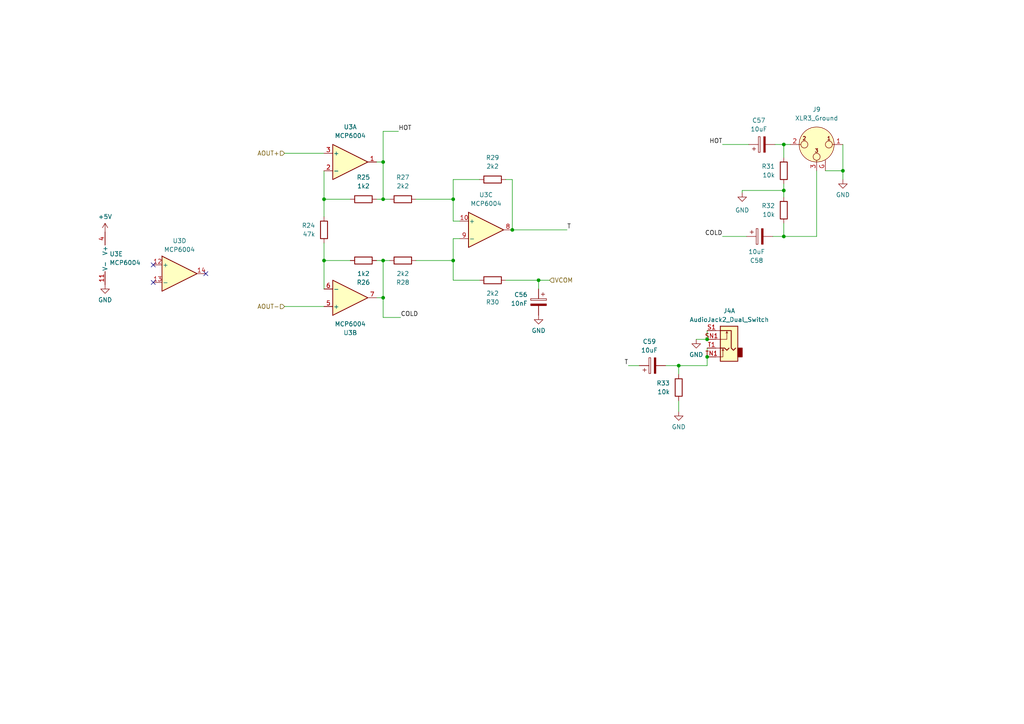
<source format=kicad_sch>
(kicad_sch (version 20230121) (generator eeschema)
  (paper "A4")
  (lib_symbols
    (symbol "Amplifier_Operational:MCP6004" (pin_names (offset 0.127))
      (property "Reference" "U" (at 0 5.08 0))
      (property "Value" "MCP6004" (at 0 -5.08 0))
      (symbol "MCP6004_1_1"
        (polyline (pts (xy -5.08 5.08) (xy 5.08 0) (xy -5.08 -5.08) (xy -5.08 5.08)) (stroke (width 0.254)) (fill (type background)))
        (pin output line (at 7.62 0 180) (length 2.54) (name "~") (number "1"))
        (pin input line (at -7.62 -2.54 0) (length 2.54) (name "-") (number "2"))
        (pin input line (at -7.62 2.54 0) (length 2.54) (name "+") (number "3"))
      )
      (symbol "MCP6004_2_1"
        (polyline (pts (xy -5.08 5.08) (xy 5.08 0) (xy -5.08 -5.08) (xy -5.08 5.08)) (stroke (width 0.254)) (fill (type background)))
        (pin input line (at -7.62 2.54 0) (length 2.54) (name "+") (number "5"))
        (pin input line (at -7.62 -2.54 0) (length 2.54) (name "-") (number "6"))
        (pin output line (at 7.62 0 180) (length 2.54) (name "~") (number "7"))
      )
      (symbol "MCP6004_3_1"
        (polyline (pts (xy -5.08 5.08) (xy 5.08 0) (xy -5.08 -5.08) (xy -5.08 5.08)) (stroke (width 0.254)) (fill (type background)))
        (pin input line (at -7.62 2.54 0) (length 2.54) (name "+") (number "10"))
        (pin output line (at 7.62 0 180) (length 2.54) (name "~") (number "8"))
        (pin input line (at -7.62 -2.54 0) (length 2.54) (name "-") (number "9"))
      )
      (symbol "MCP6004_4_1"
        (polyline (pts (xy -5.08 5.08) (xy 5.08 0) (xy -5.08 -5.08) (xy -5.08 5.08)) (stroke (width 0.254)) (fill (type background)))
        (pin input line (at -7.62 2.54 0) (length 2.54) (name "+") (number "12"))
        (pin input line (at -7.62 -2.54 0) (length 2.54) (name "-") (number "13"))
        (pin output line (at 7.62 0 180) (length 2.54) (name "~") (number "14"))
      )
      (symbol "MCP6004_5_1"
        (pin power_in line (at -2.54 -7.62 90) (length 3.81) (name "V-") (number "11"))
        (pin power_in line (at -2.54 7.62 270) (length 3.81) (name "V+") (number "4"))
      )
    )
    (symbol "Connector_Audio:AudioJack2_Dual_Switch"
      (property "Reference" "J" (at 0 11.43 0))
      (property "Value" "AudioJack2_Dual_Switch" (at 0 8.89 0))
      (symbol "AudioJack2_Dual_Switch_0_1"
        (rectangle (start -3.81 -2.54) (end -5.08 0) (stroke (width 0.254)) (fill (type outline)))
        (polyline (pts (xy -0.635 4.826) (xy -0.381 4.318)))
        (polyline (pts (xy 0.508 -0.254) (xy 0.762 -0.762)))
        (polyline (pts (xy 1.27 -2.54) (xy 2.54 -2.54)))
        (polyline (pts (xy 1.27 2.54) (xy 2.54 2.54)))
        (polyline (pts (xy 2.54 0) (xy 1.27 0)))
        (polyline (pts (xy 2.54 5.08) (xy 1.27 5.08)))
        (polyline (pts (xy -1.27 0) (xy -0.635 -0.635) (xy 0 0) (xy 1.27 0)) (stroke (width 0.254)))
        (polyline (pts (xy 1.27 -2.54) (xy 0.508 -2.54) (xy 0.508 -0.254) (xy 0.254 -0.762)))
        (polyline (pts (xy 1.27 2.54) (xy -0.635 2.54) (xy -0.635 4.826) (xy -0.889 4.318)))
        (polyline (pts (xy 1.27 5.08) (xy -1.905 5.08) (xy -1.905 0) (xy -2.54 -0.635) (xy -3.175 0)) (stroke (width 0.254)))
        (rectangle (start 1.27 6.35) (end -3.81 -3.81) (stroke (width 0.254)) (fill (type background)))
      )
      (symbol "AudioJack2_Dual_Switch_1_1"
        (pin passive line (at 5.08 5.08 180) (length 2.54) (name "~") (number "S1"))
        (pin passive line (at 5.08 2.54 180) (length 2.54) (name "~") (number "SN1"))
        (pin passive line (at 5.08 0 180) (length 2.54) (name "~") (number "T1"))
        (pin passive line (at 5.08 -2.54 180) (length 2.54) (name "~") (number "TN1"))
      )
      (symbol "AudioJack2_Dual_Switch_2_1"
        (pin passive line (at 5.08 5.08 180) (length 2.54) (name "~") (number "S2"))
        (pin passive line (at 5.08 2.54 180) (length 2.54) (name "~") (number "SN2"))
        (pin passive line (at 5.08 0 180) (length 2.54) (name "~") (number "T2"))
        (pin passive line (at 5.08 -2.54 180) (length 2.54) (name "~") (number "TN2"))
      )
    )
    (symbol "Connector_Audio:XLR3_Ground" (pin_names hide)
      (property "Reference" "J" (at 0 8.89 0))
      (property "Value" "XLR3_Ground" (at 0 6.35 0))
      (symbol "XLR3_Ground_0_1"
        (circle (center -3.556 0) (radius 1.016))
        (circle (center 0 -3.556) (radius 1.016))
        (polyline (pts (xy -5.08 0) (xy -4.572 0)))
        (polyline (pts (xy -2.54 -5.08) (xy -2.54 -4.445)))
        (polyline (pts (xy 0 -5.08) (xy 0 -4.572)))
        (polyline (pts (xy 5.08 0) (xy 4.572 0)))
        (circle (center 0 0) (radius 5.08) (fill (type background)))
        (circle (center 3.556 0) (radius 1.016))
        (text "1" (at -3.556 1.778 0) (effects (font (size 1.016 1.016) bold)))
        (text "2" (at 3.556 1.778 0) (effects (font (size 1.016 1.016) bold)))
        (text "3" (at 0 -1.778 0) (effects (font (size 1.016 1.016) bold)))
        (pin passive line (at -7.62 0 0) (length 2.54) (name "~") (number "1"))
        (pin passive line (at 7.62 0 180) (length 2.54) (name "~") (number "2"))
        (pin passive line (at 0 -7.62 90) (length 2.54) (name "~") (number "3"))
      )
      (symbol "XLR3_Ground_1_1"
        (pin passive line (at -2.54 -7.62 90) (length 2.54) (name "~") (number "G"))
      )
    )
    (symbol "Device:C_Polarized" (pin_numbers hide) (pin_names (offset 0.254))
      (property "Reference" "C" (at 0.635 2.54 0))
      (property "Value" "C_Polarized" (at 0.635 -2.54 0))
      (symbol "C_Polarized_0_1"
        (rectangle (start -2.286 0.508) (end 2.286 1.016))
        (polyline (pts (xy -1.778 2.286) (xy -0.762 2.286)))
        (polyline (pts (xy -1.27 2.794) (xy -1.27 1.778)))
        (rectangle (start 2.286 -0.508) (end -2.286 -1.016) (fill (type outline)))
      )
      (symbol "C_Polarized_1_1"
        (pin passive line (at 0 3.81 270) (length 2.794) (name "~") (number "1"))
        (pin passive line (at 0 -3.81 90) (length 2.794) (name "~") (number "2"))
      )
    )
    (symbol "Device:R" (pin_numbers hide) (pin_names (offset 0))
      (property "Reference" "R" (at 2.032 0 90))
      (property "Value" "R" (at 0 0 90))
      (symbol "R_0_1"
        (rectangle (start -1.016 -2.54) (end 1.016 2.54) (stroke (width 0.254)))
      )
      (symbol "R_1_1"
        (pin passive line (at 0 3.81 270) (length 1.27) (name "~") (number "1"))
        (pin passive line (at 0 -3.81 90) (length 1.27) (name "~") (number "2"))
      )
    )
    (symbol "power:+5V" (power) (pin_names (offset 0))
      (property "Value" "+5V" (at 0 3.556 0))
      (symbol "+5V_0_1"
        (polyline (pts (xy -0.762 1.27) (xy 0 2.54)))
        (polyline (pts (xy 0 0) (xy 0 2.54)))
        (polyline (pts (xy 0 2.54) (xy 0.762 1.27)))
      )
      (symbol "+5V_1_1"
        (pin power_in line (at 0 0 90) (length 0) hide (name "+5V") (number "1"))
      )
    )
    (symbol "power:GND" (power) (pin_names (offset 0))
      (property "Value" "GND" (at 0 -3.81 0))
      (symbol "GND_0_1"
        (polyline (pts (xy 0 0) (xy 0 -1.27) (xy 1.27 -1.27) (xy 0 -2.54) (xy -1.27 -1.27) (xy 0 -1.27)))
      )
      (symbol "GND_1_1"
        (pin power_in line (at 0 0 270) (length 0) hide (name "GND") (number "1"))
      )
    )
  )
  (junction (at 148.59 66.675))
  (junction (at 93.98 75.565))
  (junction (at 93.98 57.785))
  (junction (at 156.21 81.28))
  (junction (at 227.33 68.58))
  (junction (at 244.475 49.53))
  (junction (at 131.445 75.565))
  (junction (at 111.125 57.785))
  (junction (at 227.33 55.245))
  (junction (at 111.125 46.99))
  (junction (at 111.125 86.36))
  (junction (at 205.105 98.425))
  (junction (at 131.445 57.785))
  (junction (at 196.85 106.045))
  (junction (at 227.33 41.91))
  (junction (at 205.105 103.505))
  (junction (at 111.125 75.565))
  (no_connect (at 44.45 81.915))
  (no_connect (at 44.45 76.835))
  (no_connect (at 59.69 79.375))
  (wire (pts (xy 244.475 49.53) (xy 244.475 41.91)))
  (wire (pts (xy 209.55 41.91) (xy 217.17 41.91)))
  (wire (pts (xy 146.685 52.07) (xy 148.59 52.07)))
  (wire (pts (xy 139.065 52.07) (xy 131.445 52.07)))
  (wire (pts (xy 93.98 70.485) (xy 93.98 75.565)))
  (wire (pts (xy 224.79 41.91) (xy 227.33 41.91)))
  (wire (pts (xy 227.33 41.91) (xy 227.33 45.72)))
  (wire (pts (xy 239.395 49.53) (xy 244.475 49.53)))
  (wire (pts (xy 111.125 86.36) (xy 111.125 92.075)))
  (wire (pts (xy 227.33 55.245) (xy 227.33 57.15)))
  (wire (pts (xy 109.22 86.36) (xy 111.125 86.36)))
  (wire (pts (xy 215.265 55.245) (xy 215.265 55.88)))
  (wire (pts (xy 205.105 106.045) (xy 196.85 106.045)))
  (wire (pts (xy 111.125 75.565) (xy 111.125 86.36)))
  (wire (pts (xy 131.445 81.28) (xy 131.445 75.565)))
  (wire (pts (xy 139.065 81.28) (xy 131.445 81.28)))
  (wire (pts (xy 156.21 81.28) (xy 146.685 81.28)))
  (wire (pts (xy 244.475 49.53) (xy 244.475 52.07)))
  (wire (pts (xy 93.98 49.53) (xy 93.98 57.785)))
  (wire (pts (xy 196.85 106.045) (xy 196.85 108.585)))
  (wire (pts (xy 196.85 116.205) (xy 196.85 119.38)))
  (wire (pts (xy 224.155 68.58) (xy 227.33 68.58)))
  (wire (pts (xy 227.33 68.58) (xy 236.855 68.58)))
  (wire (pts (xy 205.105 100.965) (xy 205.105 103.505)))
  (wire (pts (xy 227.33 41.91) (xy 229.235 41.91)))
  (wire (pts (xy 111.125 46.99) (xy 111.125 57.785)))
  (wire (pts (xy 215.265 55.245) (xy 227.33 55.245)))
  (wire (pts (xy 205.105 98.425) (xy 201.93 98.425)))
  (wire (pts (xy 156.21 81.28) (xy 159.385 81.28)))
  (wire (pts (xy 93.98 75.565) (xy 101.6 75.565)))
  (wire (pts (xy 196.85 106.045) (xy 193.04 106.045)))
  (wire (pts (xy 82.55 88.9) (xy 93.98 88.9)))
  (wire (pts (xy 236.855 68.58) (xy 236.855 49.53)))
  (wire (pts (xy 109.22 75.565) (xy 111.125 75.565)))
  (wire (pts (xy 131.445 69.215) (xy 131.445 75.565)))
  (wire (pts (xy 156.21 81.28) (xy 156.21 83.82)))
  (wire (pts (xy 120.65 57.785) (xy 131.445 57.785)))
  (wire (pts (xy 205.105 103.505) (xy 205.105 106.045)))
  (wire (pts (xy 131.445 64.135) (xy 133.35 64.135)))
  (wire (pts (xy 93.98 62.865) (xy 93.98 57.785)))
  (wire (pts (xy 111.125 38.1) (xy 115.57 38.1)))
  (wire (pts (xy 82.55 44.45) (xy 93.98 44.45)))
  (wire (pts (xy 93.98 75.565) (xy 93.98 83.82)))
  (wire (pts (xy 209.55 68.58) (xy 216.535 68.58)))
  (wire (pts (xy 109.22 57.785) (xy 111.125 57.785)))
  (wire (pts (xy 148.59 52.07) (xy 148.59 66.675)))
  (wire (pts (xy 227.33 53.34) (xy 227.33 55.245)))
  (wire (pts (xy 131.445 52.07) (xy 131.445 57.785)))
  (wire (pts (xy 111.125 38.1) (xy 111.125 46.99)))
  (wire (pts (xy 109.22 46.99) (xy 111.125 46.99)))
  (wire (pts (xy 93.98 57.785) (xy 101.6 57.785)))
  (wire (pts (xy 148.59 66.675) (xy 164.465 66.675)))
  (wire (pts (xy 205.105 95.885) (xy 205.105 98.425)))
  (wire (pts (xy 131.445 69.215) (xy 133.35 69.215)))
  (wire (pts (xy 111.125 75.565) (xy 113.03 75.565)))
  (wire (pts (xy 227.33 64.77) (xy 227.33 68.58)))
  (wire (pts (xy 111.125 57.785) (xy 113.03 57.785)))
  (wire (pts (xy 185.42 106.045) (xy 182.245 106.045)))
  (wire (pts (xy 111.125 92.075) (xy 116.205 92.075)))
  (wire (pts (xy 131.445 75.565) (xy 120.65 75.565)))
  (wire (pts (xy 131.445 57.785) (xy 131.445 64.135)))
  (label "COLD" (at 209.55 68.58 180))
  (label "HOT" (at 115.57 38.1 0))
  (label "COLD" (at 116.205 92.075 0))
  (label "T" (at 182.245 106.045 180))
  (label "HOT" (at 209.55 41.91 180))
  (label "T" (at 164.465 66.675 0))
  (hierarchical_label "VCOM" (shape input) (at 159.385 81.28 0))
  (hierarchical_label "AOUT+" (shape input) (at 82.55 44.45 180))
  (hierarchical_label "AOUT-" (shape input) (at 82.55 88.9 180))
  (symbol (lib_id "Device:R") (at 142.875 52.07 90) (unit 1)
    (property "Reference" "R29" (at 142.875 45.72 90))
    (property "Value" "2k2" (at 142.875 48.26 90))
  )
  (symbol (lib_id "Device:C_Polarized") (at 220.345 68.58 90) (mirror x) (unit 1)
    (property "Reference" "C58" (at 219.456 75.565 90))
    (property "Value" "10uF" (at 219.456 73.025 90))
  )
  (symbol (lib_id "Device:R") (at 116.84 57.785 90) (unit 1)
    (property "Reference" "R27" (at 116.84 51.435 90))
    (property "Value" "2k2" (at 116.84 53.975 90))
  )
  (symbol (lib_id "power:GND") (at 244.475 52.07 0) (mirror y) (unit 1)
    (property "Reference" "#PWR046" (effects hide))
    (property "Value" "GND" (at 244.475 56.515 0))
  )
  (symbol (lib_id "power:+5V") (at 30.48 67.31 0) (unit 1)
    (property "Reference" "#PWR080" (effects hide))
    (property "Value" "+5V" (at 30.48 62.865 0))
  )
  (symbol (lib_id "Device:R") (at 116.84 75.565 90) (mirror x) (unit 1)
    (property "Reference" "R28" (at 116.84 81.915 90))
    (property "Value" "2k2" (at 116.84 79.375 90))
  )
  (symbol (lib_id "Device:C_Polarized") (at 220.98 41.91 90) (unit 1)
    (property "Reference" "C57" (at 220.091 34.925 90))
    (property "Value" "10uF" (at 220.091 37.465 90))
  )
  (symbol (lib_id "Device:C_Polarized") (at 189.23 106.045 90) (unit 1)
    (property "Reference" "C59" (at 188.341 99.06 90))
    (property "Value" "10uF" (at 188.341 101.6 90))
  )
  (symbol (lib_id "power:GND") (at 30.48 82.55 0) (unit 1)
    (property "Reference" "#PWR045" (effects hide))
    (property "Value" "GND" (at 30.48 86.995 0))
  )
  (symbol (lib_id "power:GND") (at 201.93 98.425 0) (mirror y) (unit 1)
    (property "Reference" "#PWR062" (effects hide))
    (property "Value" "GND" (at 201.93 102.87 0))
  )
  (symbol (lib_id "Amplifier_Operational:MCP6004") (at 101.6 46.99 0) (unit 1)
    (property "Reference" "U3" (at 101.6 36.83 0))
    (property "Value" "MCP6004" (at 101.6 39.37 0))
    (property "Datasheet" "http://ww1.microchip.com/downloads/en/DeviceDoc/21733j.pdf" (effects hide))
  )
  (symbol (lib_id "Device:R") (at 142.875 81.28 90) (mirror x) (unit 1)
    (property "Reference" "R30" (at 142.875 87.63 90))
    (property "Value" "2k2" (at 142.875 85.09 90))
  )
  (symbol (lib_id "Device:R") (at 227.33 49.53 0) (mirror y) (unit 1)
    (property "Reference" "R31" (at 224.79 48.26 0) (effects (justify left)))
    (property "Value" "10k" (at 224.79 50.8 0) (effects (justify left)))
  )
  (symbol (lib_id "Connector_Audio:AudioJack2_Dual_Switch") (at 210.185 100.965 0) (mirror y) (unit 1)
    (property "Reference" "J4" (at 211.5185 90.17 0))
    (property "Value" "AudioJack2_Dual_Switch" (at 211.5185 92.71 0))
  )
  (symbol (lib_id "Amplifier_Operational:MCP6004") (at 52.07 79.375 0) (unit 4)
    (property "Reference" "U3" (at 52.07 69.85 0))
    (property "Value" "MCP6004" (at 52.07 72.39 0))
    (property "Datasheet" "http://ww1.microchip.com/downloads/en/DeviceDoc/21733j.pdf" (effects hide))
  )
  (symbol (lib_id "Device:C_Polarized") (at 156.21 87.63 0) (mirror y) (unit 1)
    (property "Reference" "C56" (at 153.035 85.471 0) (effects (justify left)))
    (property "Value" "10nF" (at 153.035 88.011 0) (effects (justify left)))
  )
  (symbol (lib_id "Amplifier_Operational:MCP6004") (at 140.97 66.675 0) (unit 3)
    (property "Reference" "U3" (at 140.97 56.515 0))
    (property "Value" "MCP6004" (at 140.97 59.055 0))
    (property "Datasheet" "http://ww1.microchip.com/downloads/en/DeviceDoc/21733j.pdf" (effects hide))
  )
  (symbol (lib_id "power:GND") (at 215.265 55.88 0) (unit 1)
    (property "Reference" "#PWR064" (effects hide))
    (property "Value" "GND" (at 215.265 60.96 0))
  )
  (symbol (lib_id "Device:R") (at 93.98 66.675 0) (mirror y) (unit 1)
    (property "Reference" "R24" (at 91.44 65.405 0) (effects (justify left)))
    (property "Value" "47k" (at 91.44 67.945 0) (effects (justify left)))
  )
  (symbol (lib_id "power:GND") (at 196.85 119.38 0) (mirror y) (unit 1)
    (property "Reference" "#PWR065" (effects hide))
    (property "Value" "GND" (at 196.85 123.825 0))
  )
  (symbol (lib_id "Device:R") (at 196.85 112.395 0) (mirror y) (unit 1)
    (property "Reference" "R33" (at 194.31 111.125 0) (effects (justify left)))
    (property "Value" "10k" (at 194.31 113.665 0) (effects (justify left)))
  )
  (symbol (lib_id "Device:R") (at 227.33 60.96 0) (mirror y) (unit 1)
    (property "Reference" "R32" (at 224.79 59.69 0) (effects (justify left)))
    (property "Value" "10k" (at 224.79 62.23 0) (effects (justify left)))
  )
  (symbol (lib_id "Device:R") (at 105.41 57.785 90) (unit 1)
    (property "Reference" "R25" (at 105.41 51.435 90))
    (property "Value" "1k2" (at 105.41 53.975 90))
  )
  (symbol (lib_id "Connector_Audio:XLR3_Ground") (at 236.855 41.91 0) (mirror y) (unit 1)
    (property "Reference" "J9" (at 236.855 31.75 0))
    (property "Value" "XLR3_Ground" (at 236.855 34.29 0))
    (property "Datasheet" " ~" (effects hide))
  )
  (symbol (lib_id "Amplifier_Operational:MCP6004") (at 101.6 86.36 0) (mirror x) (unit 2)
    (property "Reference" "U3" (at 101.6 96.52 0))
    (property "Value" "MCP6004" (at 101.6 93.98 0))
    (property "Datasheet" "http://ww1.microchip.com/downloads/en/DeviceDoc/21733j.pdf" (effects hide))
  )
  (symbol (lib_id "power:GND") (at 156.21 91.44 0) (unit 1)
    (property "Reference" "#PWR063" (effects hide))
    (property "Value" "GND" (at 156.21 95.885 0))
  )
  (symbol (lib_id "Amplifier_Operational:MCP6004") (at 33.02 74.93 0) (unit 5)
    (property "Reference" "U3" (at 31.75 73.66 0) (effects (justify left)))
    (property "Value" "MCP6004" (at 31.75 76.2 0) (effects (justify left)))
    (property "Datasheet" "http://ww1.microchip.com/downloads/en/DeviceDoc/21733j.pdf" (effects hide))
  )
  (symbol (lib_id "Device:R") (at 105.41 75.565 90) (mirror x) (unit 1)
    (property "Reference" "R26" (at 105.41 81.915 90))
    (property "Value" "1k2" (at 105.41 79.375 90))
  )
)
</source>
